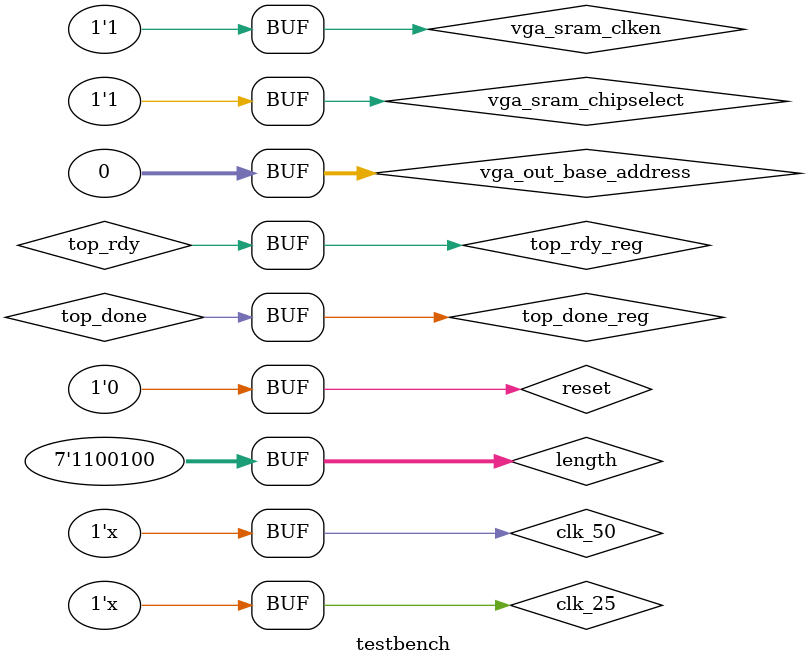
<source format=v>
`timescale 1ns/1ns
module dual_clock_ram(q, d, write_address, read_address, we, clk1, clk2);
 	output reg [7:0] q;
 	input [7:0] d;
 	input [9:0] write_address, read_address;
 	input we, clk1, clk2;

 	reg [9:0] read_address_reg;
 	reg [7:0] mem [1023:0];

 	always @ (posedge clk1) begin
 		if (we) mem[write_address] <= d;
 	end
 	always @ (posedge clk2) begin
 		q <= mem[read_address_reg];
 		read_address_reg <= read_address;
 	end
endmodule


//rules for dragon curve
module dragon(clk, reset, dragon_val, dragon_prev, dragon_result, dragon_done);		//equivalent to applyRule_DragonCurve
	input clk, reset, dragon_val;
	input [7:0] dragon_prev; //8 bit input, ascii defined
	output [39:0] dragon_result; //40 bit output
	output [1:0] dragon_done;

	reg [7:0] dragon_prev_reg;
	reg [1:0] dragon_done_reg;
	reg [39:0] dragon_result_reg;
	reg [7:0] dragon_state_reg;
	
	assign dragon_result = dragon_result_reg;
	assign dragon_done = dragon_done_reg;
	
	//ascii definitions
	localparam [7:0] X = 8'b01011000;
	localparam [7:0] Y = 8'b01011001;
	localparam [7:0] plus = 8'd43;		//+
	localparam [7:0] minus = 8'd45;		//-
	localparam [7:0] F = 8'd70;
	localparam [7:0] open_bracket = 8'd91;	//[
	localparam [7:0] closing_bracket = 8'd93;	//]

	//state reg
	localparam DRAGON_UPDATE = 8'b0;
	localparam DRAGON_TRANSLATE = 8'b1;
	localparam DRAGON_DONE = 8'd2;

	always @ (posedge clk) begin
		if (reset) begin
			dragon_result_reg <= 40'b0;
			dragon_done_reg <= 2'b0;
			dragon_prev_reg <= dragon_prev;
			dragon_state_reg <= DRAGON_UPDATE;
		end
		else begin
			case (dragon_state_reg)
				DRAGON_UPDATE: begin
					dragon_prev_reg <= dragon_prev;
					//dragon_state_reg <= DRAGON_TRANSLATE;
					dragon_result_reg <= dragon_result_reg;
					if (dragon_val) begin
						dragon_done_reg <= 2'b0;
						dragon_state_reg <= DRAGON_TRANSLATE;
					end
					else begin
						dragon_done_reg <= dragon_done_reg;
						dragon_state_reg <= DRAGON_UPDATE;
					end
				end
				DRAGON_TRANSLATE: begin
					dragon_prev_reg <= dragon_prev_reg;
					if (dragon_prev_reg == X) begin
						dragon_done_reg <= 2'b1;
						dragon_result_reg <= {X, plus, Y, F, plus};	//"X+YF+"
					end
					else if (dragon_prev_reg == Y) begin
						dragon_done_reg <= 2'd2;
						dragon_result_reg <= {minus, F, X, minus, Y};	//"-FX-Y"
					end
					else begin
						dragon_done_reg <= 2'd3;
						dragon_result_reg <= {dragon_prev_reg,32'b0};
					end
					dragon_state_reg <= DRAGON_UPDATE;
				end
				//DRAGON_DONE: begin
					//dragon_result_reg <= dragon_result_reg;
					//dragon_prev_reg <= dragon_prev_reg;
					//dragon_state_reg <= DRAGON_UPDATE;
				//end
			endcase
		end
	end	

endmodule

module create_system(clk, reset, top_rdy, iterations, system_input_string, system_output_string, system_val, system_done, iterations_counter); //equivalent to createSystem() in translated_python.c
	input clk, reset, top_rdy;
	input [31:0] system_input_string;
	input [3:0] iterations;
	output [7:0] system_output_string;
	output system_val;
	output system_done;
	output [3:0] iterations_counter;

	localparam [7:0] X = 8'b01011000;
	localparam [7:0] Y = 8'b01011001;
	localparam [7:0] plus = 8'd43;		//+
	localparam [7:0] minus = 8'd45;		//-
	localparam [7:0] F = 8'd70;
	localparam [7:0] open_bracket = 8'd91;	//[
	localparam [7:0] closing_bracket = 8'd93;	//]

	wire [7:0] a_q;
	wire [7:0] a_d;
	reg[7:0] a_d_reg;
	wire [9:0] a_write_address;
	reg [9:0] a_write_address_reg;
	wire [9:0] a_read_address;
	reg [9:0] a_read_address_reg;
	wire a_we;
	reg a_we_reg;

	assign a_d = a_d_reg;
	assign a_write_address = a_write_address_reg;
	assign a_read_address = a_read_address_reg;
	assign a_we = a_we_reg;

	dual_clock_ram a(
		.q		(a_q), 
		.d		(a_d), 
		.write_address	(a_write_address), 
		.read_address	(a_read_address), 
		.we		(a_we), 
		.clk1		(clk), 
		.clk2		(clk)
	);

	wire [7:0] b_q;
	wire [7:0] b_d;
	reg[7:0] b_d_reg;
	wire [9:0] b_write_address;
	reg [9:0] b_write_address_reg;
	wire [9:0] b_read_address;
	reg [9:0] b_read_address_reg;
	wire b_we;
	reg b_we_reg;

	assign b_d = b_d_reg;
	assign b_write_address = b_write_address_reg;
	assign b_read_address = b_read_address_reg;
	assign b_we = b_we_reg;

	dual_clock_ram b(
		.q		(b_q), 
		.d		(b_d), 
		.write_address	(b_write_address), 
		.read_address	(b_read_address), 
		.we		(b_we), 
		.clk1		(clk), 
		.clk2		(clk)
	);

	reg dragon_val_reg;
	wire [39:0] dragon_result;
	reg [39:0] dragon_result_reg;
	wire [1:0] dragon_done;
	wire dragon_val;
	reg [7:0] input_char_reg;
	wire [7:0] input_char;
	
	assign dragon_val = dragon_val_reg;
	assign input_char = input_char_reg;

	dragon rule(
		.clk		(clk),
		.reset		(reset),
		.dragon_prev	(input_char),
		.dragon_result	(dragon_result),
		.dragon_done	(dragon_done),
		.dragon_val	(dragon_val)
	);		
	
	localparam RESET_SYSTEM		= 4'd0;	 	
	localparam GET_CHAR		= 4'd1;		//grab byte from axiom if count_iter == 0, otherwise read from M10K address; increment count_iter if axiom == 0 or start/end address of M10K are equal
	localparam READ_M10K		= 4'd2;		//takes 3 cycles to read value from M10K
	localparam INCREMENT_READ	= 4'd3;		//buffer state for reading M10K
	localparam COMPUTE_DRAGON	= 4'd4;		//send one byte to dragon and stays in here until dragon_done is set
	localparam WRITE_M10K_A		= 4'd5;		//write to M10K with dragon_result
	localparam INCREMENT_WRITE_A	= 4'd6;
	localparam WRITE_M10K_B		= 4'd7;		//write to M10K with dragon_result
	localparam INCREMENT_WRITE_B	= 4'd8;
	localparam NEXT_BYTE		= 4'd9;		//shift axiom if count_iter == 0, otherwise move to next address in M10K
	localparam INCREMENT_ITER	= 4'd10;	
	localparam ZERO_READ		= 4'd11;
	localparam DONE			= 4'd12;
	
	reg [3:0] state_reg;
	reg [7:0] system_output_string_reg;
	reg [7:0] output_counter;
	reg [3:0] iterations_counter_reg;
	reg system_val_reg;
	reg system_done_reg;
	reg [31:0] axiom;
	reg [1:0] read_counter;

	assign system_output_string = system_output_string_reg;
	assign system_val = system_val_reg;
	assign system_done = system_done_reg;
	assign iterations_counter = iterations_counter_reg;

	always @ (posedge clk) begin
		if (reset) begin
			iterations_counter_reg <= 4'b0;
			input_char_reg <= 8'b0;
			a_d_reg <= 8'b0;
			a_write_address_reg <= 10'b0;
			a_read_address_reg <= 10'b0;
			a_we_reg <= 1'b0;
			b_d_reg <= 8'b0;
			b_write_address_reg <= 10'b0;
			b_read_address_reg <= 10'b0;
			b_we_reg <= 1'b0;
			axiom <= system_input_string;
			dragon_result_reg <= dragon_result;
			read_counter <= 1'b0;
			system_val_reg <= 1'b0;
			system_done_reg <= 1'b0;
			state_reg <= GET_CHAR;
		end
		else begin
			case (state_reg)
				//RESET_SYSTEM: begin
				//end
				GET_CHAR: begin
					a_d_reg <= 8'b0;
					a_write_address_reg <= a_write_address_reg;
					a_read_address_reg <= a_read_address_reg;
					a_we_reg <= 1'b0;
					b_d_reg <= 8'b0;
					b_write_address_reg <= b_write_address_reg;
					b_read_address_reg <= b_read_address_reg;
					b_we_reg <= 1'b0;
					dragon_result_reg <= dragon_result;
					read_counter <= 1'b0;
					system_val_reg <= 1'b0;
					system_done_reg <= 1'b0;
					if (top_rdy == 1'b0) begin
						state_reg <= GET_CHAR;
					end
					else begin
						if (iterations_counter_reg == 4'b0) begin
							input_char_reg <= axiom[7:0];
							state_reg <= COMPUTE_DRAGON;
						end
						else if (iterations_counter_reg < iterations) begin
							state_reg <= READ_M10K;
						end
						else begin
							state_reg <= DONE;
						end	
					end
				end
				READ_M10K: begin
					a_d_reg <= a_d_reg;
					a_write_address_reg <= a_write_address_reg;
					a_read_address_reg <= a_read_address_reg;
					a_we_reg <= 1'b0;
					b_d_reg <= b_d_reg;
					b_write_address_reg <= b_write_address_reg;
					b_read_address_reg <= b_read_address_reg;
					b_we_reg <= 1'b0;
					dragon_result_reg <= dragon_result;
					read_counter <= read_counter;
					system_val_reg <= 1'b0;
					system_done_reg <= 1'b0;
					if (iterations_counter_reg[0] == 1'b1) begin
						input_char_reg <= a_q;
					end
					else begin
						input_char_reg <= b_q;
					end
					//if (read_counter == 2'd2) begin
						state_reg <= COMPUTE_DRAGON;
						if (iterations_counter_reg[0] == 1'b0) begin
							b_read_address_reg <= b_read_address_reg + 10'b1;
						end 
						else begin
							a_read_address_reg <= a_read_address_reg + 10'b1;
						end
					//end
					//else begin
						//state_reg <= INCREMENT_READ;
					//end
				end
				INCREMENT_READ: begin
					system_val_reg <= 1'b0;
					read_counter <= read_counter + 1'b1;
					state_reg <= READ_M10K;
				end
				COMPUTE_DRAGON: begin
					a_d_reg <= 8'b0;
					a_write_address_reg <= a_write_address_reg;
					a_read_address_reg <= a_read_address_reg;
					a_we_reg <= 1'b0;
					b_d_reg <= 8'b0;
					b_write_address_reg <= b_write_address_reg;
					b_read_address_reg <= b_read_address_reg;
					b_we_reg <= 1'b0;
					dragon_result_reg <= dragon_result;
					dragon_val_reg <= 1'b1;
					read_counter <= 1'b0;
					system_val_reg <= 1'b0;
					system_done_reg <= 1'b0;
					if (dragon_done > 2'b0) begin
						if (iterations_counter_reg[0] == 1'b0) begin
							state_reg <= WRITE_M10K_A;
						end
						else begin
							state_reg <= WRITE_M10K_B;
						end
					end
					else begin
						state_reg <= COMPUTE_DRAGON;
					end
				end
				WRITE_M10K_A: begin
					a_d_reg <= dragon_result_reg[39:32];
					a_write_address_reg <= a_write_address_reg;
					a_read_address_reg <= a_read_address_reg;
					dragon_result_reg <= dragon_result_reg;
					read_counter <= 1'b0;
					system_done_reg <= 1'b0;
					system_output_string_reg <= dragon_result_reg[39:32];
					if (dragon_result_reg == 40'b0) begin
						a_we_reg <= 1'b0;
						system_val_reg <= 1'b0;
						state_reg <= NEXT_BYTE;
					end
					else begin
						a_we_reg <= 1'b1;	
						if (top_rdy == 1'b1) begin
							system_val_reg <= 1'b1;
							state_reg <= INCREMENT_WRITE_A;
						end
						else begin
							system_val_reg <= 1'b0;
							state_reg <= WRITE_M10K_A;
						end
					end
				end
				INCREMENT_WRITE_A: begin
					system_output_string_reg <= system_output_string_reg;
					a_write_address_reg <= a_write_address_reg + 10'b1;
					a_we_reg <= 1'b0;	
					dragon_result_reg <= dragon_result_reg << 8;
					read_counter <= 1'b0;
					system_val_reg <= 1'b0;
					system_done_reg <= 1'b0;
					state_reg <= WRITE_M10K_A;
				end
				WRITE_M10K_B: begin
					b_d_reg <= dragon_result[39:32];
					b_write_address_reg <= b_write_address_reg;
					b_read_address_reg <= b_read_address_reg;
					dragon_result_reg <= dragon_result_reg;
					read_counter <= 1'b0;
					system_done_reg <= 1'b0;
					system_output_string_reg <= dragon_result_reg[39:32];
					if (dragon_result_reg == 40'b0) begin
						b_we_reg <= 1'b0;
						system_val_reg <= 1'b0;
						state_reg <= NEXT_BYTE;
					end
					else begin
						b_we_reg <= 1'b1;	
						if (top_rdy == 1'b1) begin
							system_val_reg <= 1'b1;
							state_reg <= INCREMENT_WRITE_B;
						end
						else begin
							system_val_reg <= 1'b0;
							state_reg <= WRITE_M10K_B;
						end
					end
				end
				INCREMENT_WRITE_B: begin
					system_output_string_reg <= system_output_string_reg;
					b_write_address_reg <= b_write_address_reg + 10'b1;
					b_we_reg <= 1'b0;	
					dragon_result_reg <= dragon_result_reg << 8;
					read_counter <= 1'b0;
					system_val_reg <= 1'b0;
					system_done_reg <= 1'b0;
					state_reg <= WRITE_M10K_B;
				end
				NEXT_BYTE: begin
					axiom <= axiom >> 8;
					read_counter <= 1'b0;
					system_val_reg <= 1'b0;
					system_done_reg <= 1'b0;
					system_output_string_reg <= system_output_string_reg;
					//system_output_string_reg <= 8'b0; //DON'T KEEP THIS IN QUARTUS
					state_reg <= INCREMENT_ITER;
				end
				INCREMENT_ITER: begin
					read_counter <= 1'b0;
					system_val_reg <= 1'b0;
					system_done_reg <= 1'b0;
					if (system_output_string_reg == 8'b0 && axiom == 32'b0) begin //check if a_q_ref, b_q_ref has reached a value of 0, indicating it's at the bottom of the M10K
						a_write_address_reg <= 10'b0;
						b_write_address_reg <= 10'b0;
						iterations_counter_reg <= iterations_counter_reg + 4'b1;
						state_reg <= ZERO_READ;
					end
					state_reg <= GET_CHAR;
				end
				ZERO_READ: begin
					if (iterations_counter[0] == 1'b0) begin
						a_read_address_reg <= a_read_address_reg;
						b_read_address_reg <= 10'b0;
					end
					else begin
						a_read_address_reg <= 10'b0;
						b_read_address_reg <= b_read_address_reg;
					end
					state_reg <= GET_CHAR;
				end
				DONE: begin
					system_done_reg <= 1'b1;
				end
			endcase
		end
	end	

endmodule

module testbench();
	localparam [7:0] X = 8'b01011000;
	localparam [7:0] Y = 8'b01011001;
	localparam [7:0] plus = 8'd43;		//+
	localparam [7:0] minus = 8'd45;		//-
	localparam [7:0] F = 8'd70;
	localparam [7:0] open_bracket = 8'd91;	//[
	localparam [7:0] closing_bracket = 8'd93;	//]
	reg clk_50, clk_25, reset;
	
	reg [31:0] index;
	wire signed [15:0]  testbench_out;
	
	//Initialize clocks and index
	initial begin
		clk_50 = 1'b0;
		clk_25 = 1'b0;
		index  = 32'd0;
		//testbench_out = 15'd0 ;
	end
	
	//Toggle the clocks
	always begin
		#10
		clk_50  = !clk_50;
	end
	
	always begin
		#20
		clk_25  = !clk_25;
	end
	
	//Intialize and drive signals
	initial begin
		reset  = 1'b0;
		#10 
		reset  = 1'b1;
		#30
		reset  = 1'b0;
	end
	
	//Increment index
	always @ (posedge clk_50) begin
		index  <= index + 32'd1;
	end
	
	// Controls for VGA memory
	//=======================================================
	wire [31:0] vga_out_base_address = 32'h0000_0000 ;  // vga base addr
	reg [7:0] vga_sram_writedata ;
	reg [31:0] vga_sram_address; 
	reg vga_sram_write ;
	wire vga_sram_clken = 1'b1;
	wire vga_sram_chipselect = 1'b1;

	//=======================================================
	// pixel address is
	reg [9:0] vga_x_cood, vga_y_cood ;
	reg [7:0] pixel_color ;

	//=======================================================
	// L SYSTEM MODULE
	//=======================================================

	wire [7:0] system_output_string;
	wire system_done;
	reg [7:0] system_output_string_reg;
	reg [7:0] top_char_reg;
	wire top_done;
	reg top_done_reg;
	assign top_done = top_done_reg;
	wire top_rdy;
	reg top_rdy_reg;
	assign top_rdy = top_rdy_reg;
	wire system_val;

	// PIO port connections for graphing
	wire [7:0] top_char;	//plots 1 byte at a time
	assign top_char = top_char_reg;
	wire graphing;
	assign graphing = system_done && (!top_done);
	wire [31:0] axiom;
	wire [3:0] iterations;
	wire [3:0] iterations_counter;

	create_system system(
		.clk							(clk_50), 
		.reset						(reset), 
		.top_rdy						(top_rdy),
		.iterations					(4'd2), 
		.system_input_string		({Y,X,Y,F}), 
		.system_output_string	(system_output_string), 
		.system_val					(system_val),
		.system_done				(system_done),
		.iterations_counter		(iterations_counter)
	);

	//wait for l_system to be created
	//grab a byte of system_output_string into top_char
	//shift system_output_string
	//graph the byte (HPS)
	//continue this until system_output_string = 0 (fully shifted, all bytes grabbed)
	//done

	localparam TOP_RESET 	= 4'd0;
	localparam TOP_WAIT 		= 4'd1;	//wait for l_system to be created, then decides whether to go to GRAPH or DONE
	localparam TOP_SETUP 	= 4'd2;	//grab a byte of system_output_string into top_char
	localparam TOP_TARGET	= 4'd3;	//calculate angle and target x/y values
	localparam TOP_GRAPH		= 4'd4;	//graph on the VGA until the desired target x/y is reached
	localparam TOP_SHIFT 	= 4'd5;	//shift system_output_string << 8
	localparam TOP_DONE 		= 4'd6;	//we did it

	reg [3:0] top_state_reg;
	reg [9:0] x_reg = 10'd300;
	reg [9:0] y_reg = 10'd300;
	reg [9:0] targetx_reg;
	reg [9:0] targety_reg;
	reg [9:0] angle_reg;

	wire [6:0] length = 7'd100;

	always @ (posedge clk_50) begin
		if (reset) begin
			system_output_string_reg <= 8'b0;
			top_done_reg <= 1'b0;
			top_rdy_reg <= 1'b0;
			vga_sram_write <= 1'b0;
			vga_sram_address <= vga_out_base_address;
			vga_sram_writedata <= 8'h00;
			x_reg <= x_reg;
			y_reg <= y_reg;
			targetx_reg <= x_reg;
			targety_reg <= y_reg;
			angle_reg <= 10'b0;
			top_state_reg <= TOP_RESET;
		end
		else begin
			case (top_state_reg)
				TOP_RESET: begin
					system_output_string_reg <= 8'b0;
					top_state_reg <= TOP_WAIT;
					top_rdy_reg <= 1'b0;
					top_done_reg <= 1'b0;
					vga_sram_write <= 1'b0;
					vga_sram_address <= vga_out_base_address;
					vga_sram_writedata <= 8'h00;
					x_reg <= x_reg;
					y_reg <= y_reg;
					targetx_reg <= targetx_reg;
					targety_reg <= targety_reg;
					angle_reg <= 10'b0;
				end
				TOP_WAIT: begin
					top_done_reg <= 1'b0;
					vga_sram_write <= 1'b0;
					vga_sram_address <= vga_out_base_address;
					vga_sram_writedata <= 8'h00;
					x_reg <= x_reg;
					y_reg <= y_reg;
					targetx_reg <= x_reg;
					targety_reg <= y_reg;
					angle_reg <= angle_reg;
					if (system_done) begin
						top_state_reg <= TOP_DONE;
						top_rdy_reg <= 1'b0;
					end
					else begin
						if (system_val == 1'b0) begin
							top_rdy_reg <= 1'b1;
							top_state_reg <= TOP_WAIT;
						end
						else begin
							top_rdy_reg <= 1'b0;
							system_output_string_reg <= system_output_string;
							top_state_reg <= TOP_SETUP;
						end
					end
				end
				TOP_SETUP: begin
					top_rdy_reg <= 1'b0;
					top_done_reg <= 1'b0;
					vga_sram_write <= 1'b0;
					vga_sram_address <= vga_out_base_address;
					vga_sram_writedata <= 8'h00;
					x_reg <= x_reg;
					y_reg <= y_reg;
					targetx_reg <= targetx_reg;
					targety_reg <= targety_reg;
					angle_reg <= angle_reg;
					top_char_reg <= system_output_string_reg;
					system_output_string_reg <= system_output_string_reg;
					top_state_reg <= TOP_TARGET;
				end
				TOP_TARGET: begin
					top_rdy_reg <= 1'b0;
					top_state_reg <= TOP_GRAPH;
					vga_sram_write <= 1'b0;
					vga_sram_address <= vga_out_base_address;
					vga_sram_writedata <= 8'h00;
					x_reg <= x_reg;
					y_reg <= y_reg;
					if (iterations_counter == iterations - 4'b1) begin 
						case(top_char_reg)
							F: begin
								if (angle_reg == 10'd0) begin
									targetx_reg <= x_reg;
									targety_reg <= y_reg - length;
									angle_reg <= angle_reg;
								end 
								else if (angle_reg == 10'd90) begin 
									targetx_reg <= x_reg + length;
									targety_reg <= y_reg;
									angle_reg <= angle_reg;
								end
								else if (angle_reg == 10'd180) begin
									targetx_reg <= x_reg;
									targety_reg <= y_reg + length;
									angle_reg <= angle_reg;
								end
								else if (angle_reg == 10'd270) begin
									targetx_reg <= x_reg - length;
									targety_reg <= y_reg;
									angle_reg <= angle_reg;
								end
							end
							plus: begin 
								if (angle_reg == 10'd270) begin
									targetx_reg <= targetx_reg;
									targety_reg <= targety_reg;
									angle_reg <= 10'd0;
								end
								else begin
									targetx_reg <= targetx_reg;
									targety_reg <= targety_reg;
									angle_reg <= angle_reg + 10'd90;
								end
							end
							minus: begin
								if (angle_reg == 10'd0) begin
									targetx_reg <= targetx_reg;
									targety_reg <= targety_reg;
									angle_reg <= 10'd270;
								end
								else begin 
									targetx_reg <= targetx_reg;
									targety_reg <= targety_reg;
									angle_reg <= angle_reg - 10'd90;
								end
							end
						endcase 
					end
					else begin
						targetx_reg <= targetx_reg;
						targety_reg <= targety_reg;
						angle_reg <= angle_reg;
					end
				end
				TOP_GRAPH: begin
					top_rdy_reg <= 1'b0;
					targetx_reg <= targetx_reg;
					targety_reg <= targety_reg;
					angle_reg <= angle_reg;
					
					if (iterations_counter == iterations - 4'b1) begin
						vga_sram_write <= 1'b1;
					end 
					else begin
						vga_sram_write <= 1'b0;
					end
					vga_sram_address <= vga_out_base_address + {22'b0, x_reg} + ({22'b0,y_reg}*640) ; // compute address
					vga_sram_writedata <= 8'hbd; // data
					
					// iterate through all x,y until target is reached
					if (x_reg < targetx_reg) begin
						x_reg <= x_reg + 10'd1 ;
					end
					else if (x_reg > targetx_reg) begin
						x_reg <= x_reg - 10'd1 ;
					end
					else begin
						x_reg <= x_reg;
					end
					if (y_reg < targety_reg) begin
						y_reg <= y_reg + 10'd1 ;
					end
					else if (y_reg > targety_reg) begin
						y_reg <= y_reg - 10'd1 ;
					end
					else begin
						y_reg <= y_reg;	
					end
					
					if (x_reg == targetx_reg && y_reg == targety_reg) begin 
						top_state_reg <= TOP_SHIFT;
					end 
					else begin
						top_state_reg <= TOP_GRAPH;
					end
				end
				TOP_SHIFT: begin
					top_rdy_reg <= 1'b0;
					top_done_reg <= 1'b0;
					vga_sram_write <= 1'b0;
					vga_sram_address <= vga_out_base_address;
					vga_sram_writedata <= 8'h00;
					x_reg <= x_reg;
					y_reg <= y_reg;
					targetx_reg <= targetx_reg;
					targety_reg <= targety_reg;
					angle_reg <= angle_reg;
					system_output_string_reg <= system_output_string_reg;
					top_state_reg <= TOP_WAIT;
				end
				TOP_DONE: begin
					top_rdy_reg <= 1'b0;
					top_done_reg <= 1'b1;
					vga_sram_write <= 1'b0;
					vga_sram_address <= vga_out_base_address;
					vga_sram_writedata <= 8'h00;
					x_reg <= x_reg;
					y_reg <= y_reg;
					targetx_reg <= targetx_reg;
					targety_reg <= targety_reg;
					angle_reg <= angle_reg;
					//MAYBE GO TO TOP_RESET
				end
				default: begin
					system_output_string_reg <= system_output_string;
					top_state_reg <= TOP_WAIT;
					top_rdy_reg <= 1'b0;
					top_done_reg <= 1'b0;
					vga_sram_write <= 1'b0;
					vga_sram_address <= vga_out_base_address;
					vga_sram_writedata <= 8'h00;
					x_reg <= x_reg;
					y_reg <= y_reg;
					targetx_reg <= targetx_reg;
					targety_reg <= targety_reg;
					angle_reg <= angle_reg;
				end
			endcase
		end	
	end

	/*
	wire [39:0] dragon_result;
	wire dragon_done;
	dragon test(
		.clk			(clk_50), 
		.reset			(reset), 
		.dragon_prev		(X), 
		.dragon_result		(dragon_result), 
		.dragon_done		(dragon_done)
	);

	wire process_done;
	wire [79:0] process_output_string;
	process_string process(
		.clk			(clk_50), 
		.reset			(reset), 
		.process_input_string	({X,Y}), 
		.l_system		(1'b0), 
		.process_done		(process_done), 
		.process_output_string	(process_output_string)
	);
	*/

endmodule
	



</source>
